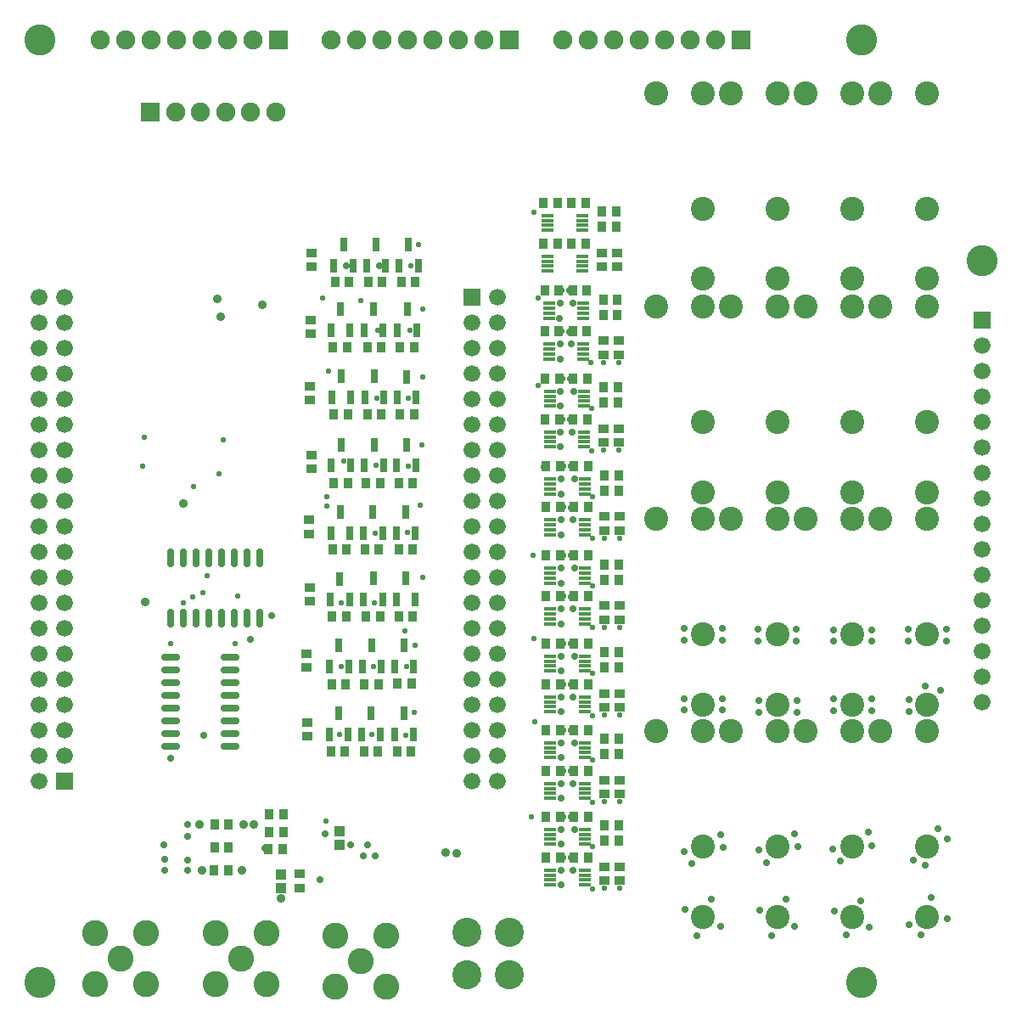
<source format=gts>
G04*
G04 #@! TF.GenerationSoftware,Altium Limited,Altium Designer,20.0.2 (26)*
G04*
G04 Layer_Color=8388736*
%FSLAX25Y25*%
%MOIN*%
G70*
G01*
G75*
%ADD26O,0.02756X0.07472*%
%ADD27O,0.07472X0.02756*%
%ADD28R,0.02756X0.05512*%
%ADD29R,0.03543X0.03937*%
%ADD30R,0.03937X0.03543*%
%ADD31R,0.03543X0.03937*%
%ADD32R,0.03937X0.03543*%
%ADD33R,0.04331X0.03937*%
%ADD34O,0.04724X0.01496*%
%ADD35C,0.10236*%
%ADD36C,0.06594*%
%ADD37R,0.06594X0.06594*%
%ADD38R,0.06594X0.06594*%
%ADD39C,0.09449*%
%ADD40C,0.11417*%
%ADD41R,0.07480X0.07480*%
%ADD42C,0.07480*%
%ADD43C,0.12205*%
%ADD44C,0.02165*%
%ADD45C,0.02756*%
%ADD46C,0.03543*%
D26*
X63300Y155000D02*
D03*
X68300Y155000D02*
D03*
X73300Y155000D02*
D03*
X78300D02*
D03*
X83300D02*
D03*
X88300D02*
D03*
X93300Y155000D02*
D03*
X98300Y155000D02*
D03*
X63300Y178400D02*
D03*
X68300Y178400D02*
D03*
X73300Y178400D02*
D03*
X78300D02*
D03*
X83300D02*
D03*
X88300D02*
D03*
X93300Y178400D02*
D03*
X98300Y178400D02*
D03*
D27*
X63200Y139400D02*
D03*
Y134400D02*
D03*
Y129400D02*
D03*
Y124400D02*
D03*
Y119400D02*
D03*
Y114400D02*
D03*
Y109400D02*
D03*
Y104400D02*
D03*
X86600Y139400D02*
D03*
Y134400D02*
D03*
Y129400D02*
D03*
Y124400D02*
D03*
Y119400D02*
D03*
Y114400D02*
D03*
Y109400D02*
D03*
Y104400D02*
D03*
D28*
X154860Y144068D02*
D03*
X158600Y135800D02*
D03*
X151120D02*
D03*
X142100Y144034D02*
D03*
X145840Y135766D02*
D03*
X138360D02*
D03*
X129300Y144034D02*
D03*
X133040Y135766D02*
D03*
X125560D02*
D03*
X154800Y117434D02*
D03*
X158540Y109166D02*
D03*
X151060D02*
D03*
X141800Y117434D02*
D03*
X145540Y109166D02*
D03*
X138060D02*
D03*
X129060Y117400D02*
D03*
X132800Y109132D02*
D03*
X125320D02*
D03*
X127300Y293266D02*
D03*
X134780D02*
D03*
X131040Y301534D02*
D03*
X126460Y241466D02*
D03*
X133940D02*
D03*
X130200Y249734D02*
D03*
X152900Y293300D02*
D03*
X160380D02*
D03*
X156640Y301568D02*
D03*
X140100Y293300D02*
D03*
X147580D02*
D03*
X143840Y301568D02*
D03*
X152160Y241366D02*
D03*
X159640D02*
D03*
X155900Y249634D02*
D03*
X139360Y241466D02*
D03*
X146840D02*
D03*
X143100Y249734D02*
D03*
X151660Y188166D02*
D03*
X159140D02*
D03*
X155400Y196434D02*
D03*
X138860Y188166D02*
D03*
X146340D02*
D03*
X142600Y196434D02*
D03*
X126160Y188166D02*
D03*
X133640D02*
D03*
X129900Y196434D02*
D03*
X151760Y162166D02*
D03*
X159240D02*
D03*
X155500Y170434D02*
D03*
X138960Y162166D02*
D03*
X146440D02*
D03*
X142700Y170434D02*
D03*
X125860Y162066D02*
D03*
X133340D02*
D03*
X129600Y170334D02*
D03*
X126260Y214732D02*
D03*
X133740D02*
D03*
X130000Y223000D02*
D03*
X139260Y214732D02*
D03*
X146740D02*
D03*
X143000Y223000D02*
D03*
X151960Y214732D02*
D03*
X159440D02*
D03*
X155700Y223000D02*
D03*
X156000Y276134D02*
D03*
X159740Y267866D02*
D03*
X152260D02*
D03*
X142900Y276134D02*
D03*
X146640Y267866D02*
D03*
X139160D02*
D03*
X129800Y276134D02*
D03*
X133540Y267866D02*
D03*
X126060D02*
D03*
D29*
X131856Y128900D02*
D03*
X126344Y128900D02*
D03*
X139144Y129000D02*
D03*
X144656Y129000D02*
D03*
X152144Y129100D02*
D03*
X157656Y129100D02*
D03*
X131571Y102466D02*
D03*
X126060Y102466D02*
D03*
X139004Y102366D02*
D03*
X144515Y102366D02*
D03*
X152104Y102466D02*
D03*
X157615Y102466D02*
D03*
X159196Y286934D02*
D03*
X153684Y286934D02*
D03*
X127685Y286834D02*
D03*
X133196Y286834D02*
D03*
X146296Y286834D02*
D03*
X140784Y286834D02*
D03*
X158656Y234900D02*
D03*
X153144Y234900D02*
D03*
X127144Y234800D02*
D03*
X132656Y234800D02*
D03*
X145956Y234800D02*
D03*
X140444Y234800D02*
D03*
X158256Y181800D02*
D03*
X152744Y181800D02*
D03*
X144956Y181800D02*
D03*
X139444Y181800D02*
D03*
X126744Y181800D02*
D03*
X132256Y181800D02*
D03*
X145356Y155500D02*
D03*
X139844Y155500D02*
D03*
X126644Y155400D02*
D03*
X132156Y155400D02*
D03*
X158256Y155500D02*
D03*
X152744Y155500D02*
D03*
X158256Y207966D02*
D03*
X152744Y207966D02*
D03*
X145356Y207966D02*
D03*
X139844Y207966D02*
D03*
X127144Y207966D02*
D03*
X132656Y207966D02*
D03*
X140444Y261300D02*
D03*
X145956Y261300D02*
D03*
X132456Y261300D02*
D03*
X126944Y261300D02*
D03*
X153244Y261300D02*
D03*
X158756Y261300D02*
D03*
X233000Y274000D02*
D03*
X238512Y274000D02*
D03*
X233000Y280000D02*
D03*
X238512Y280000D02*
D03*
X226511Y267500D02*
D03*
X215511D02*
D03*
X226511Y283500D02*
D03*
X215511D02*
D03*
X80400Y65000D02*
D03*
X85912Y65000D02*
D03*
X107356Y77800D02*
D03*
X101844Y77800D02*
D03*
X239012Y135500D02*
D03*
X233500Y135500D02*
D03*
X238756Y239500D02*
D03*
X233244Y239500D02*
D03*
X239012Y141500D02*
D03*
X233500Y141500D02*
D03*
X238756Y245500D02*
D03*
X233244Y245500D02*
D03*
X239012Y170000D02*
D03*
X233500Y170000D02*
D03*
X239012Y67500D02*
D03*
X233500Y67500D02*
D03*
X239012Y176000D02*
D03*
X233500Y176000D02*
D03*
X239012Y73500D02*
D03*
X233500Y73500D02*
D03*
X239000Y205000D02*
D03*
X233489Y205000D02*
D03*
X238000Y308500D02*
D03*
X232489Y308500D02*
D03*
X239012Y101500D02*
D03*
X233500Y101500D02*
D03*
X239000Y211000D02*
D03*
X233489Y211000D02*
D03*
X238000Y314500D02*
D03*
X232489Y314500D02*
D03*
X239012Y107500D02*
D03*
X233500Y107500D02*
D03*
X227011Y129000D02*
D03*
X216011D02*
D03*
X226756Y233000D02*
D03*
X215756D02*
D03*
X227011Y145000D02*
D03*
X216011D02*
D03*
X226756Y249000D02*
D03*
X215756D02*
D03*
X227011Y163500D02*
D03*
X216011D02*
D03*
X227011Y61000D02*
D03*
X216011D02*
D03*
X227011Y179500D02*
D03*
X216011D02*
D03*
X227011Y77000D02*
D03*
X216011D02*
D03*
X227000Y198500D02*
D03*
X216000D02*
D03*
X226000Y302000D02*
D03*
X215000D02*
D03*
X227011Y95000D02*
D03*
X216011D02*
D03*
X227000Y214500D02*
D03*
X216000D02*
D03*
X226000Y318000D02*
D03*
X215000D02*
D03*
X227011Y111000D02*
D03*
X216011D02*
D03*
D30*
X116600Y135444D02*
D03*
X116600Y140956D02*
D03*
X116960Y108410D02*
D03*
X116960Y113922D02*
D03*
X118440Y298189D02*
D03*
X118440Y292678D02*
D03*
X117900Y245856D02*
D03*
X117900Y240344D02*
D03*
X117400Y193456D02*
D03*
X117400Y187944D02*
D03*
X117700Y166856D02*
D03*
X117700Y161344D02*
D03*
X118500Y218922D02*
D03*
X118500Y213410D02*
D03*
X118300Y266444D02*
D03*
X118300Y271956D02*
D03*
X239000Y258244D02*
D03*
X239000Y263756D02*
D03*
X233000Y258244D02*
D03*
X233000Y263756D02*
D03*
X239500Y125256D02*
D03*
X239500Y119744D02*
D03*
X233500Y125256D02*
D03*
X233500Y119744D02*
D03*
X239244Y229256D02*
D03*
X239245Y223744D02*
D03*
X233244Y229256D02*
D03*
X233244Y223744D02*
D03*
X239500Y159756D02*
D03*
X239500Y154244D02*
D03*
X233500Y159756D02*
D03*
X233500Y154244D02*
D03*
X239500Y57256D02*
D03*
X239500Y51744D02*
D03*
X233500Y57256D02*
D03*
X233500Y51744D02*
D03*
X239489Y194756D02*
D03*
X239489Y189244D02*
D03*
X233489Y194756D02*
D03*
X233489Y189244D02*
D03*
X238489Y298256D02*
D03*
X238489Y292744D02*
D03*
X232489Y298256D02*
D03*
X232489Y292744D02*
D03*
X239500Y91256D02*
D03*
X239500Y85744D02*
D03*
X233500Y91256D02*
D03*
X233500Y85744D02*
D03*
D31*
X221000Y267500D02*
D03*
X210000D02*
D03*
X221000Y283500D02*
D03*
X210000D02*
D03*
X85956Y73900D02*
D03*
X80445D02*
D03*
X85656Y55700D02*
D03*
X80145D02*
D03*
X101645Y64100D02*
D03*
X107156D02*
D03*
X107355Y71000D02*
D03*
X101844D02*
D03*
X221500Y129000D02*
D03*
X210500D02*
D03*
X221244Y233000D02*
D03*
X210244D02*
D03*
X221500Y145000D02*
D03*
X210500D02*
D03*
X221244Y249000D02*
D03*
X210244D02*
D03*
X221500Y163500D02*
D03*
X210500D02*
D03*
X221500Y61000D02*
D03*
X210500D02*
D03*
X221500Y179500D02*
D03*
X210500D02*
D03*
X221500Y77000D02*
D03*
X210500D02*
D03*
X221489Y198500D02*
D03*
X210489D02*
D03*
X220489Y302000D02*
D03*
X209489D02*
D03*
X221500Y95000D02*
D03*
X210500D02*
D03*
X221489Y214500D02*
D03*
X210489D02*
D03*
X220489Y318000D02*
D03*
X209489D02*
D03*
X221500Y111000D02*
D03*
X210500D02*
D03*
D32*
X113700Y54355D02*
D03*
Y48844D02*
D03*
D33*
X106600Y54058D02*
D03*
Y48742D02*
D03*
X129500Y71258D02*
D03*
Y65943D02*
D03*
D34*
X212308Y123953D02*
D03*
Y121985D02*
D03*
Y120017D02*
D03*
Y118047D02*
D03*
X225693D02*
D03*
Y120017D02*
D03*
Y121985D02*
D03*
Y123953D02*
D03*
X212052Y227954D02*
D03*
Y225985D02*
D03*
Y224016D02*
D03*
Y222047D02*
D03*
X225437D02*
D03*
Y224016D02*
D03*
Y225985D02*
D03*
Y227954D02*
D03*
X212308Y139953D02*
D03*
Y137985D02*
D03*
Y136016D02*
D03*
Y134047D02*
D03*
X225693D02*
D03*
Y136016D02*
D03*
Y137985D02*
D03*
Y139953D02*
D03*
X212052Y243953D02*
D03*
Y241985D02*
D03*
Y240017D02*
D03*
Y238048D02*
D03*
X225437D02*
D03*
Y240017D02*
D03*
Y241985D02*
D03*
Y243953D02*
D03*
X212308Y158454D02*
D03*
Y156484D02*
D03*
Y154516D02*
D03*
Y152548D02*
D03*
X225693D02*
D03*
Y154516D02*
D03*
Y156484D02*
D03*
Y158454D02*
D03*
X211807Y262454D02*
D03*
Y260485D02*
D03*
Y258517D02*
D03*
Y256547D02*
D03*
X225192D02*
D03*
Y258517D02*
D03*
Y260485D02*
D03*
Y262454D02*
D03*
X212308Y55954D02*
D03*
Y53984D02*
D03*
Y52017D02*
D03*
Y50047D02*
D03*
X225693D02*
D03*
Y52017D02*
D03*
Y53984D02*
D03*
Y55954D02*
D03*
X212308Y174453D02*
D03*
Y172485D02*
D03*
Y170517D02*
D03*
Y168547D02*
D03*
X225693D02*
D03*
Y170517D02*
D03*
Y172485D02*
D03*
Y174453D02*
D03*
X211807Y278453D02*
D03*
Y276484D02*
D03*
Y274517D02*
D03*
Y272548D02*
D03*
X225192D02*
D03*
Y274517D02*
D03*
Y276484D02*
D03*
Y278453D02*
D03*
X212308Y71953D02*
D03*
Y69985D02*
D03*
Y68016D02*
D03*
Y66048D02*
D03*
X225693D02*
D03*
Y68016D02*
D03*
Y69985D02*
D03*
Y71953D02*
D03*
X212296Y193454D02*
D03*
Y191484D02*
D03*
Y189516D02*
D03*
Y187548D02*
D03*
X225681D02*
D03*
Y189516D02*
D03*
Y191484D02*
D03*
Y193454D02*
D03*
X211296Y296954D02*
D03*
Y294985D02*
D03*
Y293017D02*
D03*
Y291048D02*
D03*
X224681D02*
D03*
Y293017D02*
D03*
Y294985D02*
D03*
Y296954D02*
D03*
X212308Y89954D02*
D03*
Y87985D02*
D03*
Y86016D02*
D03*
Y84048D02*
D03*
X225693D02*
D03*
Y86016D02*
D03*
Y87985D02*
D03*
Y89954D02*
D03*
X212296Y209454D02*
D03*
Y207485D02*
D03*
Y205517D02*
D03*
Y203548D02*
D03*
X225681D02*
D03*
Y205517D02*
D03*
Y207485D02*
D03*
Y209454D02*
D03*
X211296Y312953D02*
D03*
Y310984D02*
D03*
Y309016D02*
D03*
Y307048D02*
D03*
X224681D02*
D03*
Y309016D02*
D03*
Y310984D02*
D03*
Y312953D02*
D03*
X212308Y105954D02*
D03*
Y103984D02*
D03*
Y102016D02*
D03*
Y100048D02*
D03*
X225693D02*
D03*
Y102016D02*
D03*
Y103984D02*
D03*
Y105954D02*
D03*
D35*
X43500Y21200D02*
D03*
X33500Y31200D02*
D03*
X53500D02*
D03*
Y11200D02*
D03*
X33500D02*
D03*
X137900Y20200D02*
D03*
X127900Y30200D02*
D03*
X147900D02*
D03*
Y10200D02*
D03*
X127900D02*
D03*
X90700Y21200D02*
D03*
X80700Y31200D02*
D03*
X100700D02*
D03*
Y11200D02*
D03*
X80700D02*
D03*
D36*
X381890Y121850D02*
D03*
Y131850D02*
D03*
Y141850D02*
D03*
Y151850D02*
D03*
Y161850D02*
D03*
Y171850D02*
D03*
Y181850D02*
D03*
Y191850D02*
D03*
Y201850D02*
D03*
Y211850D02*
D03*
Y221850D02*
D03*
Y231850D02*
D03*
Y241850D02*
D03*
Y251850D02*
D03*
Y261850D02*
D03*
X11500Y91000D02*
D03*
X21500Y101000D02*
D03*
X11500D02*
D03*
X21500Y111000D02*
D03*
X11500D02*
D03*
X21500Y121000D02*
D03*
X11500D02*
D03*
X21500Y131000D02*
D03*
X11500D02*
D03*
X21500Y141000D02*
D03*
X11500D02*
D03*
X21500Y151000D02*
D03*
X11500D02*
D03*
X21500Y161000D02*
D03*
X11500D02*
D03*
X21500Y171000D02*
D03*
X11500D02*
D03*
X21500Y181000D02*
D03*
X11500D02*
D03*
X21500Y191000D02*
D03*
X11500D02*
D03*
X21500Y201000D02*
D03*
X11500D02*
D03*
X21500Y211000D02*
D03*
X11500D02*
D03*
X21500Y221000D02*
D03*
X11500D02*
D03*
X21500Y231000D02*
D03*
X11500D02*
D03*
X21500Y241000D02*
D03*
X11500D02*
D03*
X21500Y251000D02*
D03*
X11500D02*
D03*
X21500Y261000D02*
D03*
X11500D02*
D03*
X21500Y271000D02*
D03*
X11500D02*
D03*
X21500Y281000D02*
D03*
X11500D02*
D03*
X191500D02*
D03*
X181500Y271000D02*
D03*
X191500D02*
D03*
X181500Y261000D02*
D03*
X191500D02*
D03*
X181500Y251000D02*
D03*
X191500D02*
D03*
X181500Y241000D02*
D03*
X191500D02*
D03*
X181500Y231000D02*
D03*
X191500D02*
D03*
X181500Y221000D02*
D03*
X191500D02*
D03*
X181500Y211000D02*
D03*
X191500D02*
D03*
X181500Y201000D02*
D03*
X191500D02*
D03*
X181500Y191000D02*
D03*
X191500D02*
D03*
X181500Y181000D02*
D03*
X191500D02*
D03*
X181500Y171000D02*
D03*
X191500D02*
D03*
X181500Y161000D02*
D03*
X191500D02*
D03*
X181500Y151000D02*
D03*
X191500D02*
D03*
X181500Y141000D02*
D03*
X191500D02*
D03*
X181500Y131000D02*
D03*
X191500D02*
D03*
X181500Y121000D02*
D03*
X191500D02*
D03*
X181500Y111000D02*
D03*
X191500D02*
D03*
X181500Y101000D02*
D03*
X191500D02*
D03*
X181500Y91000D02*
D03*
X191500D02*
D03*
D37*
X381890Y271850D02*
D03*
D38*
X21500Y91000D02*
D03*
X181500Y281000D02*
D03*
D39*
X272250Y110415D02*
D03*
Y37585D02*
D03*
Y65135D02*
D03*
X253750Y110415D02*
D03*
X301583D02*
D03*
Y37585D02*
D03*
Y65135D02*
D03*
X283083Y110415D02*
D03*
X330917D02*
D03*
Y37585D02*
D03*
Y65135D02*
D03*
X312417Y110415D02*
D03*
X360250D02*
D03*
Y37585D02*
D03*
Y65135D02*
D03*
X341750Y110415D02*
D03*
X272250Y193777D02*
D03*
Y120947D02*
D03*
Y148497D02*
D03*
X253750Y193777D02*
D03*
X301583D02*
D03*
Y120947D02*
D03*
Y148497D02*
D03*
X283083Y193777D02*
D03*
X330917D02*
D03*
Y120947D02*
D03*
Y148497D02*
D03*
X312417Y193777D02*
D03*
X360250D02*
D03*
Y120947D02*
D03*
Y148497D02*
D03*
X341750Y193777D02*
D03*
X272250Y277138D02*
D03*
Y204308D02*
D03*
Y231858D02*
D03*
X253750Y277138D02*
D03*
X301583D02*
D03*
Y204308D02*
D03*
Y231858D02*
D03*
X283083Y277138D02*
D03*
X330917D02*
D03*
Y204308D02*
D03*
Y231858D02*
D03*
X312417Y277138D02*
D03*
X360250D02*
D03*
Y204308D02*
D03*
Y231858D02*
D03*
X341750Y277138D02*
D03*
X272250Y360915D02*
D03*
Y288085D02*
D03*
Y315635D02*
D03*
X253750Y360915D02*
D03*
X301583D02*
D03*
Y288085D02*
D03*
Y315635D02*
D03*
X283083Y360915D02*
D03*
X330917D02*
D03*
Y288085D02*
D03*
Y315635D02*
D03*
X312417Y360915D02*
D03*
X360250D02*
D03*
Y288085D02*
D03*
Y315635D02*
D03*
X341750Y360915D02*
D03*
D40*
X196070Y14930D02*
D03*
Y31470D02*
D03*
X179530Y14930D02*
D03*
Y31470D02*
D03*
D41*
X55190Y353597D02*
D03*
X105500Y382000D02*
D03*
X196250D02*
D03*
X287000D02*
D03*
D42*
X65040Y353603D02*
D03*
X74883D02*
D03*
X84725D02*
D03*
X94568D02*
D03*
X104411D02*
D03*
X35500Y382000D02*
D03*
X45500D02*
D03*
X55500D02*
D03*
X65500D02*
D03*
X75500D02*
D03*
X85500D02*
D03*
X95500D02*
D03*
X126250D02*
D03*
X136250D02*
D03*
X146250D02*
D03*
X156250D02*
D03*
X166250D02*
D03*
X176250D02*
D03*
X186250D02*
D03*
X217000D02*
D03*
X227000D02*
D03*
X237000D02*
D03*
X247000D02*
D03*
X257000D02*
D03*
X267000D02*
D03*
X277000D02*
D03*
D43*
X381890Y295276D02*
D03*
X334646Y381890D02*
D03*
Y11811D02*
D03*
X11811D02*
D03*
Y381890D02*
D03*
D44*
X82200Y211400D02*
D03*
X83700Y224900D02*
D03*
X72200Y206600D02*
D03*
X155000Y149700D02*
D03*
X89500Y163400D02*
D03*
X77400Y171400D02*
D03*
X75700Y164900D02*
D03*
X71800Y163100D02*
D03*
X68300Y160900D02*
D03*
X88400Y144800D02*
D03*
X63200Y144900D02*
D03*
X131300Y216600D02*
D03*
X137900Y279400D02*
D03*
X124600Y202600D02*
D03*
X129600Y109100D02*
D03*
X142300Y109200D02*
D03*
X155500Y108800D02*
D03*
X155700Y135800D02*
D03*
X142800Y135700D02*
D03*
X130200Y135800D02*
D03*
X143000Y160700D02*
D03*
X130100D02*
D03*
X143500Y188200D02*
D03*
X124600Y198700D02*
D03*
X143900Y214700D02*
D03*
X156200Y188400D02*
D03*
X156500Y214665D02*
D03*
X156600Y241100D02*
D03*
X157000Y267900D02*
D03*
X157600Y293300D02*
D03*
X125200Y251700D02*
D03*
X144100Y241300D02*
D03*
X122800Y280400D02*
D03*
X144366Y267866D02*
D03*
X158800Y117700D02*
D03*
X204900Y77000D02*
D03*
X159200Y144200D02*
D03*
X206000Y114100D02*
D03*
X162200Y171000D02*
D03*
X205700Y146900D02*
D03*
X205600Y179400D02*
D03*
X161200Y199300D02*
D03*
X161800Y223000D02*
D03*
X209500Y214300D02*
D03*
X207500Y246100D02*
D03*
X162100Y249500D02*
D03*
X207600Y280400D02*
D03*
X162234Y276134D02*
D03*
X205800Y314100D02*
D03*
X160568Y301568D02*
D03*
X124200Y75100D02*
D03*
X233489Y48811D02*
D03*
X239500Y48800D02*
D03*
X228700Y48600D02*
D03*
X52900Y225900D02*
D03*
X52100Y214600D02*
D03*
X232989Y255311D02*
D03*
X239000Y255300D02*
D03*
X228200Y255100D02*
D03*
X233189Y220811D02*
D03*
X239200Y220800D02*
D03*
X228400Y237100D02*
D03*
Y220600D02*
D03*
X233489Y186311D02*
D03*
X239500Y186300D02*
D03*
X228700Y202600D02*
D03*
Y186100D02*
D03*
X233489Y151311D02*
D03*
X239500Y151300D02*
D03*
X228700Y167600D02*
D03*
Y151100D02*
D03*
Y65100D02*
D03*
X233489Y82811D02*
D03*
X239500Y82800D02*
D03*
X228700Y99100D02*
D03*
Y82600D02*
D03*
X233489Y116811D02*
D03*
X239500Y116800D02*
D03*
X228700Y133100D02*
D03*
Y116600D02*
D03*
D45*
X76100Y108700D02*
D03*
X102900Y155800D02*
D03*
X63200Y99800D02*
D03*
X94500Y146400D02*
D03*
X145000Y293300D02*
D03*
X132134Y293266D02*
D03*
X215953Y272547D02*
D03*
X220600Y262400D02*
D03*
X216600Y267400D02*
D03*
X129428Y71428D02*
D03*
X123928Y70028D02*
D03*
X121800Y52200D02*
D03*
X60600Y65700D02*
D03*
X60800Y60300D02*
D03*
Y55800D02*
D03*
X69900Y59900D02*
D03*
X69700Y69300D02*
D03*
Y73700D02*
D03*
X69800Y55900D02*
D03*
X138800Y61400D02*
D03*
X143500D02*
D03*
X133900Y65900D02*
D03*
X140600Y65800D02*
D03*
X100000Y64400D02*
D03*
X361700Y45200D02*
D03*
X368100Y37000D02*
D03*
X357900Y30500D02*
D03*
X353200Y34500D02*
D03*
X337500Y33400D02*
D03*
X334100Y44000D02*
D03*
X323800Y39900D02*
D03*
X328600Y30600D02*
D03*
X308200Y33800D02*
D03*
X304800Y44400D02*
D03*
X294500Y40300D02*
D03*
X299000Y30200D02*
D03*
X269800Y30300D02*
D03*
X265300Y40400D02*
D03*
X275600Y44500D02*
D03*
X279000Y33900D02*
D03*
X359600Y57700D02*
D03*
X354900Y60000D02*
D03*
X364500Y72200D02*
D03*
X368100Y68300D02*
D03*
X338400Y65500D02*
D03*
X337300Y70700D02*
D03*
X323000Y64100D02*
D03*
X326100Y59400D02*
D03*
X309400Y65100D02*
D03*
X308300Y70300D02*
D03*
X294000Y63700D02*
D03*
X297100Y59000D02*
D03*
X267900Y58600D02*
D03*
X264800Y63300D02*
D03*
X279100Y69900D02*
D03*
X280200Y64700D02*
D03*
X365400Y126400D02*
D03*
X359500Y128300D02*
D03*
X353100Y118300D02*
D03*
Y122800D02*
D03*
X352700Y146000D02*
D03*
Y150500D02*
D03*
X367700D02*
D03*
Y146000D02*
D03*
X323500Y118600D02*
D03*
Y123100D02*
D03*
X338500D02*
D03*
Y118600D02*
D03*
X323600Y145800D02*
D03*
Y150300D02*
D03*
X338600D02*
D03*
Y145800D02*
D03*
X294100Y118000D02*
D03*
Y122500D02*
D03*
X309100D02*
D03*
Y118000D02*
D03*
X293900Y145900D02*
D03*
Y150400D02*
D03*
X308900D02*
D03*
Y145900D02*
D03*
X264700Y118700D02*
D03*
Y123200D02*
D03*
X279700D02*
D03*
Y118700D02*
D03*
Y146300D02*
D03*
Y150800D02*
D03*
X264700D02*
D03*
Y146300D02*
D03*
X221100Y158400D02*
D03*
X220400Y163300D02*
D03*
X216000Y256600D02*
D03*
X216600Y283500D02*
D03*
X219915D02*
D03*
X219900Y267300D02*
D03*
X221200Y278500D02*
D03*
X216100D02*
D03*
Y262500D02*
D03*
X216200Y222100D02*
D03*
X216800Y249000D02*
D03*
X220115D02*
D03*
X216800Y232900D02*
D03*
X220100Y232800D02*
D03*
X221400Y244000D02*
D03*
X216153Y238047D02*
D03*
X216300Y244000D02*
D03*
X220800Y227900D02*
D03*
X216300Y228000D02*
D03*
X216500Y187600D02*
D03*
X217100Y214500D02*
D03*
X220415D02*
D03*
X217100Y198400D02*
D03*
X220400Y198300D02*
D03*
X221700Y209500D02*
D03*
X216453Y203547D02*
D03*
X216600Y209500D02*
D03*
X221100Y193400D02*
D03*
X216600Y193500D02*
D03*
X216500Y152600D02*
D03*
X217100Y179500D02*
D03*
X220415D02*
D03*
X217100Y163400D02*
D03*
X221700Y174500D02*
D03*
X216453Y168547D02*
D03*
X216600Y174500D02*
D03*
Y158500D02*
D03*
X216500Y50100D02*
D03*
X217100Y77000D02*
D03*
X220415D02*
D03*
X217100Y60900D02*
D03*
X220400Y60800D02*
D03*
X221700Y72000D02*
D03*
X216453Y66047D02*
D03*
X216600Y72000D02*
D03*
X221100Y55900D02*
D03*
X216600Y56000D02*
D03*
X216500Y84100D02*
D03*
X217100Y111000D02*
D03*
X220415D02*
D03*
X217100Y94900D02*
D03*
X220400Y94800D02*
D03*
X221700Y106000D02*
D03*
X216453Y100047D02*
D03*
X216600Y106000D02*
D03*
X221100Y89900D02*
D03*
X216600Y90000D02*
D03*
X216500Y118100D02*
D03*
X217100Y145000D02*
D03*
X220415D02*
D03*
X217100Y128900D02*
D03*
X220400Y128800D02*
D03*
X221700Y140000D02*
D03*
X216453Y134047D02*
D03*
X216600Y140000D02*
D03*
X221100Y123900D02*
D03*
X216600Y124000D02*
D03*
D46*
X53000Y161100D02*
D03*
X175322Y62600D02*
D03*
X171000Y62800D02*
D03*
X99100Y277800D02*
D03*
X95900Y73800D02*
D03*
X81500Y280100D02*
D03*
X106600Y44800D02*
D03*
X74600Y73900D02*
D03*
X75400Y55700D02*
D03*
X91200D02*
D03*
X91800Y73800D02*
D03*
X82700Y273100D02*
D03*
X68000Y200000D02*
D03*
M02*

</source>
